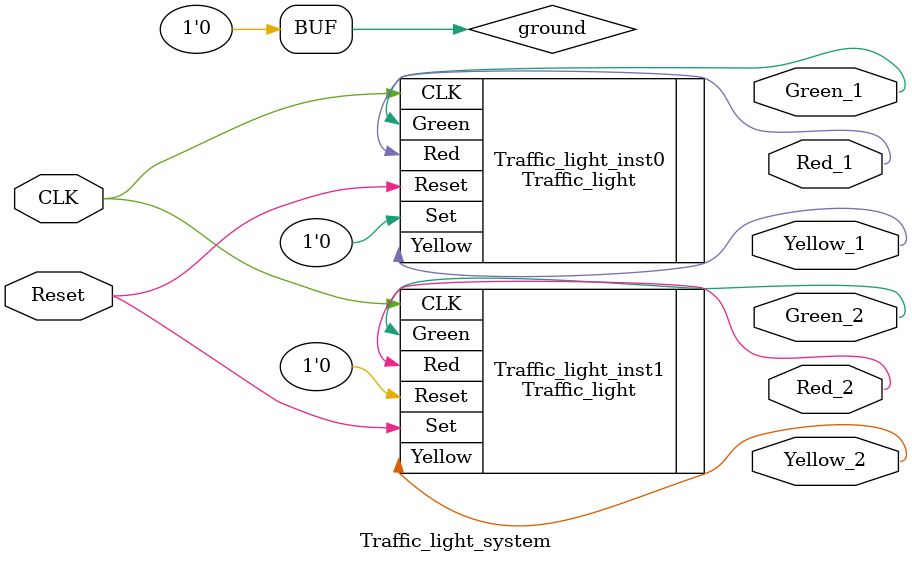
<source format=v>
module Traffic_light_system(CLK, Reset, Red_1, Yellow_1, Green_1, Red_2, Yellow_2, Green_2);
  parameter num_of_bit = 4; 
 
  parameter green_yellow_ratio = 3;
  
  input  CLK;
  input Reset;
  output Red_1, Yellow_1, Green_1, Red_2, Yellow_2, Green_2;
  
  supply0 ground;
  
  
  Traffic_light #(.num_of_bit(num_of_bit), .green_yellow_ratio(green_yellow_ratio)) Traffic_light_inst0(.CLK(CLK), .Reset(Reset), .Set(ground),
                                                                                                       .Red(Red_1),. Yellow(Yellow_1), .Green(Green_1));
                                                                                                       
  Traffic_light #(.num_of_bit(num_of_bit), .green_yellow_ratio(green_yellow_ratio)) Traffic_light_inst1(.CLK(CLK), .Reset(ground), .Set(Reset),
                                                                                                       .Red(Red_2),. Yellow(Yellow_2), .Green(Green_2));     
                                                                                                       
                                                                                                                                                                                                          
  
endmodule
</source>
